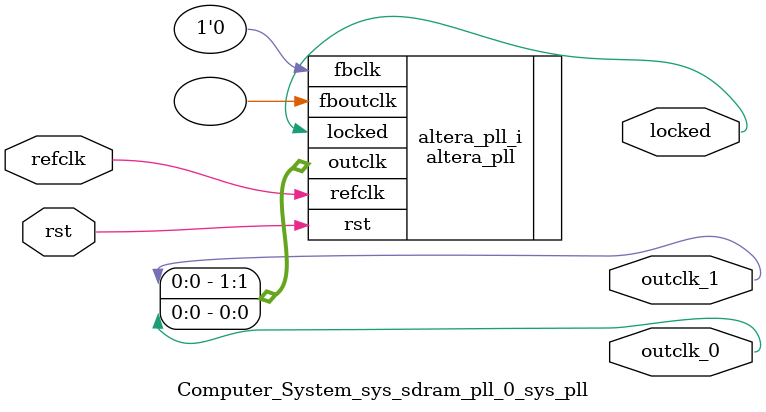
<source format=v>
`timescale 1ns/10ps
module  Computer_System_sys_sdram_pll_0_sys_pll(

	// interface 'refclk'
	input wire refclk,

	// interface 'reset'
	input wire rst,

	// interface 'outclk0'
	output wire outclk_0,

	// interface 'outclk1'
	output wire outclk_1,

	// interface 'locked'
	output wire locked
);

	altera_pll #(
		.fractional_vco_multiplier("false"),
		.reference_clock_frequency("50.0 MHz"),
		.operation_mode("direct"),
		.number_of_clocks(2),
		.output_clock_frequency0("100.000000 MHz"),
		.phase_shift0("0 ps"),
		.duty_cycle0(50),
		.output_clock_frequency1("100.000000 MHz"),
		.phase_shift1("-3000 ps"),
		.duty_cycle1(50),
		.output_clock_frequency2("0 MHz"),
		.phase_shift2("0 ps"),
		.duty_cycle2(50),
		.output_clock_frequency3("0 MHz"),
		.phase_shift3("0 ps"),
		.duty_cycle3(50),
		.output_clock_frequency4("0 MHz"),
		.phase_shift4("0 ps"),
		.duty_cycle4(50),
		.output_clock_frequency5("0 MHz"),
		.phase_shift5("0 ps"),
		.duty_cycle5(50),
		.output_clock_frequency6("0 MHz"),
		.phase_shift6("0 ps"),
		.duty_cycle6(50),
		.output_clock_frequency7("0 MHz"),
		.phase_shift7("0 ps"),
		.duty_cycle7(50),
		.output_clock_frequency8("0 MHz"),
		.phase_shift8("0 ps"),
		.duty_cycle8(50),
		.output_clock_frequency9("0 MHz"),
		.phase_shift9("0 ps"),
		.duty_cycle9(50),
		.output_clock_frequency10("0 MHz"),
		.phase_shift10("0 ps"),
		.duty_cycle10(50),
		.output_clock_frequency11("0 MHz"),
		.phase_shift11("0 ps"),
		.duty_cycle11(50),
		.output_clock_frequency12("0 MHz"),
		.phase_shift12("0 ps"),
		.duty_cycle12(50),
		.output_clock_frequency13("0 MHz"),
		.phase_shift13("0 ps"),
		.duty_cycle13(50),
		.output_clock_frequency14("0 MHz"),
		.phase_shift14("0 ps"),
		.duty_cycle14(50),
		.output_clock_frequency15("0 MHz"),
		.phase_shift15("0 ps"),
		.duty_cycle15(50),
		.output_clock_frequency16("0 MHz"),
		.phase_shift16("0 ps"),
		.duty_cycle16(50),
		.output_clock_frequency17("0 MHz"),
		.phase_shift17("0 ps"),
		.duty_cycle17(50),
		.pll_type("General"),
		.pll_subtype("General")
	) altera_pll_i (
		.rst	(rst),
		.outclk	({outclk_1, outclk_0}),
		.locked	(locked),
		.fboutclk	( ),
		.fbclk	(1'b0),
		.refclk	(refclk)
	);
endmodule


</source>
